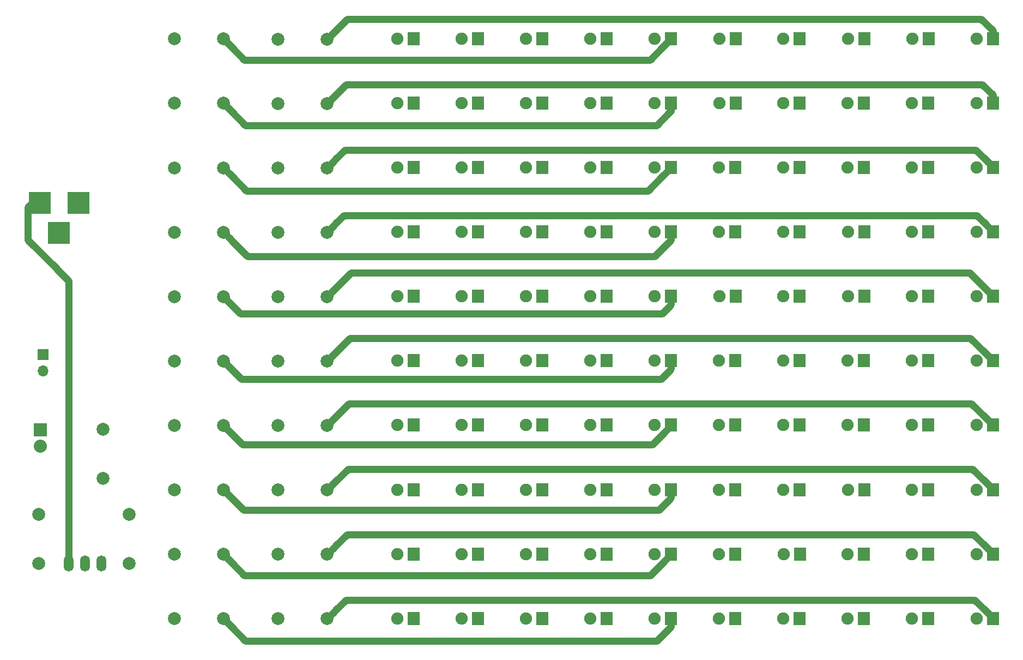
<source format=gbr>
G04 #@! TF.GenerationSoftware,KiCad,Pcbnew,(5.0.0)*
G04 #@! TF.CreationDate,2019-04-16T18:27:59-04:00*
G04 #@! TF.ProjectId,V2 - 2 ,5632202D2032202E6B696361645F7063,rev?*
G04 #@! TF.SameCoordinates,Original*
G04 #@! TF.FileFunction,Copper,L2,Bot,Signal*
G04 #@! TF.FilePolarity,Positive*
%FSLAX46Y46*%
G04 Gerber Fmt 4.6, Leading zero omitted, Abs format (unit mm)*
G04 Created by KiCad (PCBNEW (5.0.0)) date 04/16/19 18:27:59*
%MOMM*%
%LPD*%
G01*
G04 APERTURE LIST*
G04 #@! TA.AperFunction,ComponentPad*
%ADD10R,3.500120X3.500120*%
G04 #@! TD*
G04 #@! TA.AperFunction,ComponentPad*
%ADD11R,1.900000X2.000000*%
G04 #@! TD*
G04 #@! TA.AperFunction,ComponentPad*
%ADD12C,1.900000*%
G04 #@! TD*
G04 #@! TA.AperFunction,ComponentPad*
%ADD13R,2.032000X2.032000*%
G04 #@! TD*
G04 #@! TA.AperFunction,ComponentPad*
%ADD14O,2.032000X2.032000*%
G04 #@! TD*
G04 #@! TA.AperFunction,ComponentPad*
%ADD15O,1.501140X2.499360*%
G04 #@! TD*
G04 #@! TA.AperFunction,ComponentPad*
%ADD16C,1.998980*%
G04 #@! TD*
G04 #@! TA.AperFunction,ComponentPad*
%ADD17R,1.700000X1.700000*%
G04 #@! TD*
G04 #@! TA.AperFunction,ComponentPad*
%ADD18O,1.700000X1.700000*%
G04 #@! TD*
G04 #@! TA.AperFunction,Conductor*
%ADD19C,1.100000*%
G04 #@! TD*
G04 APERTURE END LIST*
D10*
G04 #@! TO.P,CON1,1*
G04 #@! TO.N,Net-(CON1-Pad1)*
X74700140Y-64000000D03*
G04 #@! TO.P,CON1,2*
G04 #@! TO.N,GND*
X68700660Y-64000000D03*
G04 #@! TO.P,CON1,3*
G04 #@! TO.N,Net-(CON1-Pad3)*
X71700400Y-68699000D03*
G04 #@! TD*
D11*
G04 #@! TO.P,D1,1*
G04 #@! TO.N,Net-(D1-Pad1)*
X126750000Y-38500000D03*
D12*
G04 #@! TO.P,D1,2*
G04 #@! TO.N,Net-(CON1-Pad1)*
X124210000Y-38500000D03*
G04 #@! TD*
D11*
G04 #@! TO.P,D2,1*
G04 #@! TO.N,Net-(D2-Pad1)*
X136750000Y-38500000D03*
D12*
G04 #@! TO.P,D2,2*
G04 #@! TO.N,Net-(D1-Pad1)*
X134210000Y-38500000D03*
G04 #@! TD*
D11*
G04 #@! TO.P,D3,1*
G04 #@! TO.N,Net-(D3-Pad1)*
X146750000Y-38500000D03*
D12*
G04 #@! TO.P,D3,2*
G04 #@! TO.N,Net-(D2-Pad1)*
X144210000Y-38500000D03*
G04 #@! TD*
D11*
G04 #@! TO.P,D4,1*
G04 #@! TO.N,Net-(D4-Pad1)*
X156790000Y-38500000D03*
D12*
G04 #@! TO.P,D4,2*
G04 #@! TO.N,Net-(D3-Pad1)*
X154250000Y-38500000D03*
G04 #@! TD*
D11*
G04 #@! TO.P,D5,1*
G04 #@! TO.N,Net-(D5-Pad1)*
X166750000Y-38500000D03*
D12*
G04 #@! TO.P,D5,2*
G04 #@! TO.N,Net-(D4-Pad1)*
X164210000Y-38500000D03*
G04 #@! TD*
D11*
G04 #@! TO.P,D6,1*
G04 #@! TO.N,Net-(D6-Pad1)*
X126750000Y-48500000D03*
D12*
G04 #@! TO.P,D6,2*
G04 #@! TO.N,Net-(CON1-Pad1)*
X124210000Y-48500000D03*
G04 #@! TD*
D11*
G04 #@! TO.P,D7,1*
G04 #@! TO.N,Net-(D7-Pad1)*
X136750000Y-48500000D03*
D12*
G04 #@! TO.P,D7,2*
G04 #@! TO.N,Net-(D6-Pad1)*
X134210000Y-48500000D03*
G04 #@! TD*
D11*
G04 #@! TO.P,D8,1*
G04 #@! TO.N,Net-(D8-Pad1)*
X146750000Y-48500000D03*
D12*
G04 #@! TO.P,D8,2*
G04 #@! TO.N,Net-(D7-Pad1)*
X144210000Y-48500000D03*
G04 #@! TD*
D11*
G04 #@! TO.P,D9,1*
G04 #@! TO.N,Net-(D10-Pad2)*
X156790000Y-48500000D03*
D12*
G04 #@! TO.P,D9,2*
G04 #@! TO.N,Net-(D8-Pad1)*
X154250000Y-48500000D03*
G04 #@! TD*
D11*
G04 #@! TO.P,D10,1*
G04 #@! TO.N,Net-(D10-Pad1)*
X166750000Y-48500000D03*
D12*
G04 #@! TO.P,D10,2*
G04 #@! TO.N,Net-(D10-Pad2)*
X164210000Y-48500000D03*
G04 #@! TD*
D11*
G04 #@! TO.P,D11,1*
G04 #@! TO.N,Net-(D11-Pad1)*
X126790000Y-58500000D03*
D12*
G04 #@! TO.P,D11,2*
G04 #@! TO.N,Net-(CON1-Pad1)*
X124250000Y-58500000D03*
G04 #@! TD*
D11*
G04 #@! TO.P,D12,1*
G04 #@! TO.N,Net-(D12-Pad1)*
X136750000Y-58500000D03*
D12*
G04 #@! TO.P,D12,2*
G04 #@! TO.N,Net-(D11-Pad1)*
X134210000Y-58500000D03*
G04 #@! TD*
D11*
G04 #@! TO.P,D13,1*
G04 #@! TO.N,Net-(D13-Pad1)*
X146750000Y-58500000D03*
D12*
G04 #@! TO.P,D13,2*
G04 #@! TO.N,Net-(D12-Pad1)*
X144210000Y-58500000D03*
G04 #@! TD*
D11*
G04 #@! TO.P,D14,1*
G04 #@! TO.N,Net-(D14-Pad1)*
X156750000Y-58500000D03*
D12*
G04 #@! TO.P,D14,2*
G04 #@! TO.N,Net-(D13-Pad1)*
X154210000Y-58500000D03*
G04 #@! TD*
D11*
G04 #@! TO.P,D15,1*
G04 #@! TO.N,Net-(D15-Pad1)*
X166750000Y-58500000D03*
D12*
G04 #@! TO.P,D15,2*
G04 #@! TO.N,Net-(D14-Pad1)*
X164210000Y-58500000D03*
G04 #@! TD*
D11*
G04 #@! TO.P,D16,1*
G04 #@! TO.N,Net-(D16-Pad1)*
X126750000Y-68500000D03*
D12*
G04 #@! TO.P,D16,2*
G04 #@! TO.N,Net-(CON1-Pad1)*
X124210000Y-68500000D03*
G04 #@! TD*
D11*
G04 #@! TO.P,D17,1*
G04 #@! TO.N,Net-(D17-Pad1)*
X136750000Y-68500000D03*
D12*
G04 #@! TO.P,D17,2*
G04 #@! TO.N,Net-(D16-Pad1)*
X134210000Y-68500000D03*
G04 #@! TD*
D11*
G04 #@! TO.P,D18,1*
G04 #@! TO.N,Net-(D18-Pad1)*
X146750000Y-68500000D03*
D12*
G04 #@! TO.P,D18,2*
G04 #@! TO.N,Net-(D17-Pad1)*
X144210000Y-68500000D03*
G04 #@! TD*
D11*
G04 #@! TO.P,D19,1*
G04 #@! TO.N,Net-(D19-Pad1)*
X156750000Y-68500000D03*
D12*
G04 #@! TO.P,D19,2*
G04 #@! TO.N,Net-(D18-Pad1)*
X154210000Y-68500000D03*
G04 #@! TD*
D11*
G04 #@! TO.P,D20,1*
G04 #@! TO.N,Net-(D20-Pad1)*
X166750000Y-68500000D03*
D12*
G04 #@! TO.P,D20,2*
G04 #@! TO.N,Net-(D19-Pad1)*
X164210000Y-68500000D03*
G04 #@! TD*
D11*
G04 #@! TO.P,D21,1*
G04 #@! TO.N,Net-(D21-Pad1)*
X126790000Y-78500000D03*
D12*
G04 #@! TO.P,D21,2*
G04 #@! TO.N,Net-(CON1-Pad1)*
X124250000Y-78500000D03*
G04 #@! TD*
D11*
G04 #@! TO.P,D22,1*
G04 #@! TO.N,Net-(D22-Pad1)*
X136750000Y-78500000D03*
D12*
G04 #@! TO.P,D22,2*
G04 #@! TO.N,Net-(D21-Pad1)*
X134210000Y-78500000D03*
G04 #@! TD*
D11*
G04 #@! TO.P,D23,1*
G04 #@! TO.N,Net-(D23-Pad1)*
X146750000Y-78500000D03*
D12*
G04 #@! TO.P,D23,2*
G04 #@! TO.N,Net-(D22-Pad1)*
X144210000Y-78500000D03*
G04 #@! TD*
D11*
G04 #@! TO.P,D24,1*
G04 #@! TO.N,Net-(D24-Pad1)*
X156750000Y-78500000D03*
D12*
G04 #@! TO.P,D24,2*
G04 #@! TO.N,Net-(D23-Pad1)*
X154210000Y-78500000D03*
G04 #@! TD*
D11*
G04 #@! TO.P,D25,1*
G04 #@! TO.N,Net-(D25-Pad1)*
X166790000Y-78500000D03*
D12*
G04 #@! TO.P,D25,2*
G04 #@! TO.N,Net-(D24-Pad1)*
X164250000Y-78500000D03*
G04 #@! TD*
D11*
G04 #@! TO.P,D26,1*
G04 #@! TO.N,Net-(D26-Pad1)*
X126750000Y-88500000D03*
D12*
G04 #@! TO.P,D26,2*
G04 #@! TO.N,Net-(CON1-Pad1)*
X124210000Y-88500000D03*
G04 #@! TD*
D11*
G04 #@! TO.P,D27,1*
G04 #@! TO.N,Net-(D27-Pad1)*
X136790000Y-88500000D03*
D12*
G04 #@! TO.P,D27,2*
G04 #@! TO.N,Net-(D26-Pad1)*
X134250000Y-88500000D03*
G04 #@! TD*
D11*
G04 #@! TO.P,D28,1*
G04 #@! TO.N,Net-(D28-Pad1)*
X146790000Y-88500000D03*
D12*
G04 #@! TO.P,D28,2*
G04 #@! TO.N,Net-(D27-Pad1)*
X144250000Y-88500000D03*
G04 #@! TD*
D11*
G04 #@! TO.P,D29,1*
G04 #@! TO.N,Net-(D29-Pad1)*
X156790000Y-88500000D03*
D12*
G04 #@! TO.P,D29,2*
G04 #@! TO.N,Net-(D28-Pad1)*
X154250000Y-88500000D03*
G04 #@! TD*
D11*
G04 #@! TO.P,D30,1*
G04 #@! TO.N,Net-(D30-Pad1)*
X166790000Y-88500000D03*
D12*
G04 #@! TO.P,D30,2*
G04 #@! TO.N,Net-(D29-Pad1)*
X164250000Y-88500000D03*
G04 #@! TD*
D11*
G04 #@! TO.P,D31,1*
G04 #@! TO.N,Net-(D31-Pad1)*
X126790000Y-98500000D03*
D12*
G04 #@! TO.P,D31,2*
G04 #@! TO.N,Net-(CON1-Pad1)*
X124250000Y-98500000D03*
G04 #@! TD*
D11*
G04 #@! TO.P,D32,1*
G04 #@! TO.N,Net-(D32-Pad1)*
X136790000Y-98500000D03*
D12*
G04 #@! TO.P,D32,2*
G04 #@! TO.N,Net-(D31-Pad1)*
X134250000Y-98500000D03*
G04 #@! TD*
D11*
G04 #@! TO.P,D33,1*
G04 #@! TO.N,Net-(D33-Pad1)*
X146790000Y-98500000D03*
D12*
G04 #@! TO.P,D33,2*
G04 #@! TO.N,Net-(D32-Pad1)*
X144250000Y-98500000D03*
G04 #@! TD*
D11*
G04 #@! TO.P,D34,1*
G04 #@! TO.N,Net-(D34-Pad1)*
X156790000Y-98500000D03*
D12*
G04 #@! TO.P,D34,2*
G04 #@! TO.N,Net-(D33-Pad1)*
X154250000Y-98500000D03*
G04 #@! TD*
D11*
G04 #@! TO.P,D35,1*
G04 #@! TO.N,Net-(D35-Pad1)*
X166790000Y-98500000D03*
D12*
G04 #@! TO.P,D35,2*
G04 #@! TO.N,Net-(D34-Pad1)*
X164250000Y-98500000D03*
G04 #@! TD*
D11*
G04 #@! TO.P,D36,1*
G04 #@! TO.N,Net-(D36-Pad1)*
X126790000Y-108500000D03*
D12*
G04 #@! TO.P,D36,2*
G04 #@! TO.N,Net-(CON1-Pad1)*
X124250000Y-108500000D03*
G04 #@! TD*
D11*
G04 #@! TO.P,D37,1*
G04 #@! TO.N,Net-(D37-Pad1)*
X136790000Y-108500000D03*
D12*
G04 #@! TO.P,D37,2*
G04 #@! TO.N,Net-(D36-Pad1)*
X134250000Y-108500000D03*
G04 #@! TD*
D11*
G04 #@! TO.P,D38,1*
G04 #@! TO.N,Net-(D38-Pad1)*
X146790000Y-108500000D03*
D12*
G04 #@! TO.P,D38,2*
G04 #@! TO.N,Net-(D37-Pad1)*
X144250000Y-108500000D03*
G04 #@! TD*
D11*
G04 #@! TO.P,D39,1*
G04 #@! TO.N,Net-(D39-Pad1)*
X156790000Y-108500000D03*
D12*
G04 #@! TO.P,D39,2*
G04 #@! TO.N,Net-(D38-Pad1)*
X154250000Y-108500000D03*
G04 #@! TD*
D11*
G04 #@! TO.P,D40,1*
G04 #@! TO.N,Net-(D40-Pad1)*
X166790000Y-108500000D03*
D12*
G04 #@! TO.P,D40,2*
G04 #@! TO.N,Net-(D39-Pad1)*
X164250000Y-108500000D03*
G04 #@! TD*
D11*
G04 #@! TO.P,D41,1*
G04 #@! TO.N,Net-(D41-Pad1)*
X126790000Y-118500000D03*
D12*
G04 #@! TO.P,D41,2*
G04 #@! TO.N,Net-(CON1-Pad1)*
X124250000Y-118500000D03*
G04 #@! TD*
D11*
G04 #@! TO.P,D42,1*
G04 #@! TO.N,Net-(D42-Pad1)*
X136790000Y-118500000D03*
D12*
G04 #@! TO.P,D42,2*
G04 #@! TO.N,Net-(D41-Pad1)*
X134250000Y-118500000D03*
G04 #@! TD*
D11*
G04 #@! TO.P,D43,1*
G04 #@! TO.N,Net-(D43-Pad1)*
X146790000Y-118500000D03*
D12*
G04 #@! TO.P,D43,2*
G04 #@! TO.N,Net-(D42-Pad1)*
X144250000Y-118500000D03*
G04 #@! TD*
D11*
G04 #@! TO.P,D44,1*
G04 #@! TO.N,Net-(D44-Pad1)*
X156790000Y-118500000D03*
D12*
G04 #@! TO.P,D44,2*
G04 #@! TO.N,Net-(D43-Pad1)*
X154250000Y-118500000D03*
G04 #@! TD*
D11*
G04 #@! TO.P,D45,1*
G04 #@! TO.N,Net-(D45-Pad1)*
X166790000Y-118500000D03*
D12*
G04 #@! TO.P,D45,2*
G04 #@! TO.N,Net-(D44-Pad1)*
X164250000Y-118500000D03*
G04 #@! TD*
D11*
G04 #@! TO.P,D46,1*
G04 #@! TO.N,Net-(D46-Pad1)*
X126790000Y-128500000D03*
D12*
G04 #@! TO.P,D46,2*
G04 #@! TO.N,Net-(CON1-Pad1)*
X124250000Y-128500000D03*
G04 #@! TD*
D11*
G04 #@! TO.P,D47,1*
G04 #@! TO.N,Net-(D47-Pad1)*
X136790000Y-128500000D03*
D12*
G04 #@! TO.P,D47,2*
G04 #@! TO.N,Net-(D46-Pad1)*
X134250000Y-128500000D03*
G04 #@! TD*
D11*
G04 #@! TO.P,D48,1*
G04 #@! TO.N,Net-(D48-Pad1)*
X146790000Y-128500000D03*
D12*
G04 #@! TO.P,D48,2*
G04 #@! TO.N,Net-(D47-Pad1)*
X144250000Y-128500000D03*
G04 #@! TD*
D11*
G04 #@! TO.P,D49,1*
G04 #@! TO.N,Net-(D49-Pad1)*
X156790000Y-128500000D03*
D12*
G04 #@! TO.P,D49,2*
G04 #@! TO.N,Net-(D48-Pad1)*
X154250000Y-128500000D03*
G04 #@! TD*
D11*
G04 #@! TO.P,D50,1*
G04 #@! TO.N,Net-(D50-Pad1)*
X166790000Y-128500000D03*
D12*
G04 #@! TO.P,D50,2*
G04 #@! TO.N,Net-(D49-Pad1)*
X164250000Y-128500000D03*
G04 #@! TD*
D11*
G04 #@! TO.P,D51,1*
G04 #@! TO.N,Net-(D51-Pad1)*
X176790000Y-38500000D03*
D12*
G04 #@! TO.P,D51,2*
G04 #@! TO.N,Net-(CON1-Pad1)*
X174250000Y-38500000D03*
G04 #@! TD*
D11*
G04 #@! TO.P,D52,1*
G04 #@! TO.N,Net-(D52-Pad1)*
X186750000Y-38500000D03*
D12*
G04 #@! TO.P,D52,2*
G04 #@! TO.N,Net-(D51-Pad1)*
X184210000Y-38500000D03*
G04 #@! TD*
D11*
G04 #@! TO.P,D53,1*
G04 #@! TO.N,Net-(D53-Pad1)*
X196790000Y-38500000D03*
D12*
G04 #@! TO.P,D53,2*
G04 #@! TO.N,Net-(D52-Pad1)*
X194250000Y-38500000D03*
G04 #@! TD*
D11*
G04 #@! TO.P,D54,1*
G04 #@! TO.N,Net-(D54-Pad1)*
X206790000Y-38500000D03*
D12*
G04 #@! TO.P,D54,2*
G04 #@! TO.N,Net-(D53-Pad1)*
X204250000Y-38500000D03*
G04 #@! TD*
D11*
G04 #@! TO.P,D55,1*
G04 #@! TO.N,Net-(D55-Pad1)*
X216750000Y-38500000D03*
D12*
G04 #@! TO.P,D55,2*
G04 #@! TO.N,Net-(D54-Pad1)*
X214210000Y-38500000D03*
G04 #@! TD*
D11*
G04 #@! TO.P,D56,1*
G04 #@! TO.N,Net-(D56-Pad1)*
X176790000Y-48500000D03*
D12*
G04 #@! TO.P,D56,2*
G04 #@! TO.N,Net-(CON1-Pad1)*
X174250000Y-48500000D03*
G04 #@! TD*
D11*
G04 #@! TO.P,D57,1*
G04 #@! TO.N,Net-(D57-Pad1)*
X186750000Y-48500000D03*
D12*
G04 #@! TO.P,D57,2*
G04 #@! TO.N,Net-(D56-Pad1)*
X184210000Y-48500000D03*
G04 #@! TD*
D11*
G04 #@! TO.P,D58,1*
G04 #@! TO.N,Net-(D58-Pad1)*
X196750000Y-48500000D03*
D12*
G04 #@! TO.P,D58,2*
G04 #@! TO.N,Net-(D57-Pad1)*
X194210000Y-48500000D03*
G04 #@! TD*
D11*
G04 #@! TO.P,D59,1*
G04 #@! TO.N,Net-(D59-Pad1)*
X206750000Y-48500000D03*
D12*
G04 #@! TO.P,D59,2*
G04 #@! TO.N,Net-(D58-Pad1)*
X204210000Y-48500000D03*
G04 #@! TD*
D11*
G04 #@! TO.P,D60,1*
G04 #@! TO.N,Net-(D60-Pad1)*
X216750000Y-48500000D03*
D12*
G04 #@! TO.P,D60,2*
G04 #@! TO.N,Net-(D59-Pad1)*
X214210000Y-48500000D03*
G04 #@! TD*
D11*
G04 #@! TO.P,D61,1*
G04 #@! TO.N,Net-(D61-Pad1)*
X176750000Y-58500000D03*
D12*
G04 #@! TO.P,D61,2*
G04 #@! TO.N,Net-(CON1-Pad1)*
X174210000Y-58500000D03*
G04 #@! TD*
D11*
G04 #@! TO.P,D62,1*
G04 #@! TO.N,Net-(D62-Pad1)*
X186750000Y-58500000D03*
D12*
G04 #@! TO.P,D62,2*
G04 #@! TO.N,Net-(D61-Pad1)*
X184210000Y-58500000D03*
G04 #@! TD*
D11*
G04 #@! TO.P,D63,1*
G04 #@! TO.N,Net-(D63-Pad1)*
X196750000Y-58500000D03*
D12*
G04 #@! TO.P,D63,2*
G04 #@! TO.N,Net-(D62-Pad1)*
X194210000Y-58500000D03*
G04 #@! TD*
D11*
G04 #@! TO.P,D64,1*
G04 #@! TO.N,Net-(D64-Pad1)*
X206750000Y-58500000D03*
D12*
G04 #@! TO.P,D64,2*
G04 #@! TO.N,Net-(D63-Pad1)*
X204210000Y-58500000D03*
G04 #@! TD*
D11*
G04 #@! TO.P,D65,1*
G04 #@! TO.N,Net-(D65-Pad1)*
X216750000Y-58500000D03*
D12*
G04 #@! TO.P,D65,2*
G04 #@! TO.N,Net-(D64-Pad1)*
X214210000Y-58500000D03*
G04 #@! TD*
D11*
G04 #@! TO.P,D66,1*
G04 #@! TO.N,Net-(D66-Pad1)*
X176750000Y-68500000D03*
D12*
G04 #@! TO.P,D66,2*
G04 #@! TO.N,Net-(CON1-Pad1)*
X174210000Y-68500000D03*
G04 #@! TD*
D11*
G04 #@! TO.P,D67,1*
G04 #@! TO.N,Net-(D67-Pad1)*
X186750000Y-68500000D03*
D12*
G04 #@! TO.P,D67,2*
G04 #@! TO.N,Net-(D66-Pad1)*
X184210000Y-68500000D03*
G04 #@! TD*
D11*
G04 #@! TO.P,D68,1*
G04 #@! TO.N,Net-(D68-Pad1)*
X196790000Y-68500000D03*
D12*
G04 #@! TO.P,D68,2*
G04 #@! TO.N,Net-(D67-Pad1)*
X194250000Y-68500000D03*
G04 #@! TD*
D11*
G04 #@! TO.P,D69,1*
G04 #@! TO.N,Net-(D69-Pad1)*
X206750000Y-68500000D03*
D12*
G04 #@! TO.P,D69,2*
G04 #@! TO.N,Net-(D68-Pad1)*
X204210000Y-68500000D03*
G04 #@! TD*
D11*
G04 #@! TO.P,D70,1*
G04 #@! TO.N,Net-(D70-Pad1)*
X216750000Y-68500000D03*
D12*
G04 #@! TO.P,D70,2*
G04 #@! TO.N,Net-(D69-Pad1)*
X214210000Y-68500000D03*
G04 #@! TD*
D11*
G04 #@! TO.P,D71,1*
G04 #@! TO.N,Net-(D71-Pad1)*
X176790000Y-78500000D03*
D12*
G04 #@! TO.P,D71,2*
G04 #@! TO.N,Net-(CON1-Pad1)*
X174250000Y-78500000D03*
G04 #@! TD*
D11*
G04 #@! TO.P,D72,1*
G04 #@! TO.N,Net-(D72-Pad1)*
X186750000Y-78500000D03*
D12*
G04 #@! TO.P,D72,2*
G04 #@! TO.N,Net-(D71-Pad1)*
X184210000Y-78500000D03*
G04 #@! TD*
D11*
G04 #@! TO.P,D73,1*
G04 #@! TO.N,Net-(D73-Pad1)*
X196790000Y-78500000D03*
D12*
G04 #@! TO.P,D73,2*
G04 #@! TO.N,Net-(D72-Pad1)*
X194250000Y-78500000D03*
G04 #@! TD*
D11*
G04 #@! TO.P,D74,1*
G04 #@! TO.N,Net-(D74-Pad1)*
X206750000Y-78500000D03*
D12*
G04 #@! TO.P,D74,2*
G04 #@! TO.N,Net-(D73-Pad1)*
X204210000Y-78500000D03*
G04 #@! TD*
D11*
G04 #@! TO.P,D75,1*
G04 #@! TO.N,Net-(D75-Pad1)*
X216750000Y-78500000D03*
D12*
G04 #@! TO.P,D75,2*
G04 #@! TO.N,Net-(D74-Pad1)*
X214210000Y-78500000D03*
G04 #@! TD*
D11*
G04 #@! TO.P,D76,1*
G04 #@! TO.N,Net-(D76-Pad1)*
X176750000Y-88500000D03*
D12*
G04 #@! TO.P,D76,2*
G04 #@! TO.N,Net-(CON1-Pad1)*
X174210000Y-88500000D03*
G04 #@! TD*
D11*
G04 #@! TO.P,D77,1*
G04 #@! TO.N,Net-(D77-Pad1)*
X186750000Y-88500000D03*
D12*
G04 #@! TO.P,D77,2*
G04 #@! TO.N,Net-(D76-Pad1)*
X184210000Y-88500000D03*
G04 #@! TD*
D11*
G04 #@! TO.P,D78,1*
G04 #@! TO.N,Net-(D78-Pad1)*
X196750000Y-88500000D03*
D12*
G04 #@! TO.P,D78,2*
G04 #@! TO.N,Net-(D77-Pad1)*
X194210000Y-88500000D03*
G04 #@! TD*
D11*
G04 #@! TO.P,D79,1*
G04 #@! TO.N,Net-(D79-Pad1)*
X206750000Y-88500000D03*
D12*
G04 #@! TO.P,D79,2*
G04 #@! TO.N,Net-(D78-Pad1)*
X204210000Y-88500000D03*
G04 #@! TD*
D11*
G04 #@! TO.P,D80,1*
G04 #@! TO.N,Net-(D80-Pad1)*
X216750000Y-88500000D03*
D12*
G04 #@! TO.P,D80,2*
G04 #@! TO.N,Net-(D79-Pad1)*
X214210000Y-88500000D03*
G04 #@! TD*
D11*
G04 #@! TO.P,D81,1*
G04 #@! TO.N,Net-(D81-Pad1)*
X176750000Y-98500000D03*
D12*
G04 #@! TO.P,D81,2*
G04 #@! TO.N,Net-(CON1-Pad1)*
X174210000Y-98500000D03*
G04 #@! TD*
D11*
G04 #@! TO.P,D82,1*
G04 #@! TO.N,Net-(D82-Pad1)*
X186750000Y-98500000D03*
D12*
G04 #@! TO.P,D82,2*
G04 #@! TO.N,Net-(D81-Pad1)*
X184210000Y-98500000D03*
G04 #@! TD*
D11*
G04 #@! TO.P,D83,1*
G04 #@! TO.N,Net-(D83-Pad1)*
X196750000Y-98500000D03*
D12*
G04 #@! TO.P,D83,2*
G04 #@! TO.N,Net-(D82-Pad1)*
X194210000Y-98500000D03*
G04 #@! TD*
D11*
G04 #@! TO.P,D84,1*
G04 #@! TO.N,Net-(D84-Pad1)*
X206750000Y-98500000D03*
D12*
G04 #@! TO.P,D84,2*
G04 #@! TO.N,Net-(D83-Pad1)*
X204210000Y-98500000D03*
G04 #@! TD*
D11*
G04 #@! TO.P,D85,1*
G04 #@! TO.N,Net-(D85-Pad1)*
X216750000Y-98500000D03*
D12*
G04 #@! TO.P,D85,2*
G04 #@! TO.N,Net-(D84-Pad1)*
X214210000Y-98500000D03*
G04 #@! TD*
D11*
G04 #@! TO.P,D86,1*
G04 #@! TO.N,Net-(D86-Pad1)*
X176750000Y-108500000D03*
D12*
G04 #@! TO.P,D86,2*
G04 #@! TO.N,Net-(CON1-Pad1)*
X174210000Y-108500000D03*
G04 #@! TD*
D11*
G04 #@! TO.P,D87,1*
G04 #@! TO.N,Net-(D87-Pad1)*
X186750000Y-108500000D03*
D12*
G04 #@! TO.P,D87,2*
G04 #@! TO.N,Net-(D86-Pad1)*
X184210000Y-108500000D03*
G04 #@! TD*
D11*
G04 #@! TO.P,D88,1*
G04 #@! TO.N,Net-(D88-Pad1)*
X196790000Y-108500000D03*
D12*
G04 #@! TO.P,D88,2*
G04 #@! TO.N,Net-(D87-Pad1)*
X194250000Y-108500000D03*
G04 #@! TD*
D11*
G04 #@! TO.P,D89,1*
G04 #@! TO.N,Net-(D89-Pad1)*
X206750000Y-108500000D03*
D12*
G04 #@! TO.P,D89,2*
G04 #@! TO.N,Net-(D88-Pad1)*
X204210000Y-108500000D03*
G04 #@! TD*
D11*
G04 #@! TO.P,D90,1*
G04 #@! TO.N,Net-(D90-Pad1)*
X216750000Y-108500000D03*
D12*
G04 #@! TO.P,D90,2*
G04 #@! TO.N,Net-(D89-Pad1)*
X214210000Y-108500000D03*
G04 #@! TD*
D11*
G04 #@! TO.P,D91,1*
G04 #@! TO.N,Net-(D91-Pad1)*
X176750000Y-118500000D03*
D12*
G04 #@! TO.P,D91,2*
G04 #@! TO.N,Net-(CON1-Pad1)*
X174210000Y-118500000D03*
G04 #@! TD*
D11*
G04 #@! TO.P,D92,1*
G04 #@! TO.N,Net-(D92-Pad1)*
X186790000Y-118500000D03*
D12*
G04 #@! TO.P,D92,2*
G04 #@! TO.N,Net-(D91-Pad1)*
X184250000Y-118500000D03*
G04 #@! TD*
D11*
G04 #@! TO.P,D93,1*
G04 #@! TO.N,Net-(D93-Pad1)*
X196750000Y-118500000D03*
D12*
G04 #@! TO.P,D93,2*
G04 #@! TO.N,Net-(D92-Pad1)*
X194210000Y-118500000D03*
G04 #@! TD*
D11*
G04 #@! TO.P,D94,1*
G04 #@! TO.N,Net-(D94-Pad1)*
X206750000Y-118500000D03*
D12*
G04 #@! TO.P,D94,2*
G04 #@! TO.N,Net-(D93-Pad1)*
X204210000Y-118500000D03*
G04 #@! TD*
D11*
G04 #@! TO.P,D95,1*
G04 #@! TO.N,Net-(D95-Pad1)*
X216750000Y-118500000D03*
D12*
G04 #@! TO.P,D95,2*
G04 #@! TO.N,Net-(D94-Pad1)*
X214210000Y-118500000D03*
G04 #@! TD*
D11*
G04 #@! TO.P,D96,1*
G04 #@! TO.N,Net-(D96-Pad1)*
X176750000Y-128500000D03*
D12*
G04 #@! TO.P,D96,2*
G04 #@! TO.N,Net-(CON1-Pad1)*
X174210000Y-128500000D03*
G04 #@! TD*
D11*
G04 #@! TO.P,D97,1*
G04 #@! TO.N,Net-(D97-Pad1)*
X186750000Y-128500000D03*
D12*
G04 #@! TO.P,D97,2*
G04 #@! TO.N,Net-(D96-Pad1)*
X184210000Y-128500000D03*
G04 #@! TD*
D11*
G04 #@! TO.P,D98,1*
G04 #@! TO.N,Net-(D98-Pad1)*
X196750000Y-128500000D03*
D12*
G04 #@! TO.P,D98,2*
G04 #@! TO.N,Net-(D97-Pad1)*
X194210000Y-128500000D03*
G04 #@! TD*
D11*
G04 #@! TO.P,D99,1*
G04 #@! TO.N,Net-(D100-Pad2)*
X206750000Y-128500000D03*
D12*
G04 #@! TO.P,D99,2*
G04 #@! TO.N,Net-(D98-Pad1)*
X204210000Y-128500000D03*
G04 #@! TD*
D11*
G04 #@! TO.P,D100,1*
G04 #@! TO.N,Net-(D100-Pad1)*
X216750000Y-128500000D03*
D12*
G04 #@! TO.P,D100,2*
G04 #@! TO.N,Net-(D100-Pad2)*
X214210000Y-128500000D03*
G04 #@! TD*
D13*
G04 #@! TO.P,RP1,1*
G04 #@! TO.N,Net-(P1-Pad1)*
X68750000Y-99250000D03*
D14*
G04 #@! TO.P,RP1,2*
G04 #@! TO.N,GND*
X68750000Y-101790000D03*
G04 #@! TD*
D15*
G04 #@! TO.P,Q1,2*
G04 #@! TO.N,Net-(Q1-Pad2)*
X75710000Y-119986000D03*
G04 #@! TO.P,Q1,1*
G04 #@! TO.N,Net-(Q1-Pad1)*
X78250000Y-119986000D03*
G04 #@! TO.P,Q1,3*
G04 #@! TO.N,GND*
X73170000Y-119986000D03*
G04 #@! TD*
D16*
G04 #@! TO.P,R1,1*
G04 #@! TO.N,Net-(D5-Pad1)*
X97225000Y-38550000D03*
G04 #@! TO.P,R1,2*
G04 #@! TO.N,Net-(Q1-Pad2)*
X89605000Y-38550000D03*
G04 #@! TD*
G04 #@! TO.P,R2,1*
G04 #@! TO.N,Net-(D10-Pad1)*
X97225000Y-48547222D03*
G04 #@! TO.P,R2,2*
G04 #@! TO.N,Net-(Q1-Pad2)*
X89605000Y-48547222D03*
G04 #@! TD*
G04 #@! TO.P,R3,1*
G04 #@! TO.N,Net-(D15-Pad1)*
X97225000Y-58544444D03*
G04 #@! TO.P,R3,2*
G04 #@! TO.N,Net-(Q1-Pad2)*
X89605000Y-58544444D03*
G04 #@! TD*
G04 #@! TO.P,R4,1*
G04 #@! TO.N,Net-(D20-Pad1)*
X97225000Y-68541666D03*
G04 #@! TO.P,R4,2*
G04 #@! TO.N,Net-(Q1-Pad2)*
X89605000Y-68541666D03*
G04 #@! TD*
G04 #@! TO.P,R5,1*
G04 #@! TO.N,Net-(D25-Pad1)*
X97225000Y-78538888D03*
G04 #@! TO.P,R5,2*
G04 #@! TO.N,Net-(Q1-Pad2)*
X89605000Y-78538888D03*
G04 #@! TD*
G04 #@! TO.P,R6,1*
G04 #@! TO.N,Net-(D30-Pad1)*
X97225000Y-88536110D03*
G04 #@! TO.P,R6,2*
G04 #@! TO.N,Net-(Q1-Pad2)*
X89605000Y-88536110D03*
G04 #@! TD*
G04 #@! TO.P,R7,1*
G04 #@! TO.N,Net-(D35-Pad1)*
X97225000Y-98533332D03*
G04 #@! TO.P,R7,2*
G04 #@! TO.N,Net-(Q1-Pad2)*
X89605000Y-98533332D03*
G04 #@! TD*
G04 #@! TO.P,R8,1*
G04 #@! TO.N,Net-(D40-Pad1)*
X97225000Y-108530554D03*
G04 #@! TO.P,R8,2*
G04 #@! TO.N,Net-(Q1-Pad2)*
X89605000Y-108530554D03*
G04 #@! TD*
G04 #@! TO.P,R9,1*
G04 #@! TO.N,Net-(D45-Pad1)*
X97225000Y-118527776D03*
G04 #@! TO.P,R9,2*
G04 #@! TO.N,Net-(Q1-Pad2)*
X89605000Y-118527776D03*
G04 #@! TD*
G04 #@! TO.P,R10,1*
G04 #@! TO.N,Net-(D50-Pad1)*
X97225000Y-128524998D03*
G04 #@! TO.P,R10,2*
G04 #@! TO.N,Net-(Q1-Pad2)*
X89605000Y-128524998D03*
G04 #@! TD*
G04 #@! TO.P,R11,1*
G04 #@! TO.N,Net-(D55-Pad1)*
X113325000Y-38575000D03*
G04 #@! TO.P,R11,2*
G04 #@! TO.N,Net-(Q1-Pad2)*
X105705000Y-38575000D03*
G04 #@! TD*
G04 #@! TO.P,R12,1*
G04 #@! TO.N,Net-(D60-Pad1)*
X113325000Y-48572222D03*
G04 #@! TO.P,R12,2*
G04 #@! TO.N,Net-(Q1-Pad2)*
X105705000Y-48572222D03*
G04 #@! TD*
G04 #@! TO.P,R13,1*
G04 #@! TO.N,Net-(D65-Pad1)*
X113325000Y-58569444D03*
G04 #@! TO.P,R13,2*
G04 #@! TO.N,Net-(Q1-Pad2)*
X105705000Y-58569444D03*
G04 #@! TD*
G04 #@! TO.P,R14,1*
G04 #@! TO.N,Net-(D70-Pad1)*
X113325000Y-68566666D03*
G04 #@! TO.P,R14,2*
G04 #@! TO.N,Net-(Q1-Pad2)*
X105705000Y-68566666D03*
G04 #@! TD*
G04 #@! TO.P,R15,1*
G04 #@! TO.N,Net-(D75-Pad1)*
X113325000Y-78563888D03*
G04 #@! TO.P,R15,2*
G04 #@! TO.N,Net-(Q1-Pad2)*
X105705000Y-78563888D03*
G04 #@! TD*
G04 #@! TO.P,R16,1*
G04 #@! TO.N,Net-(D80-Pad1)*
X113325000Y-88561110D03*
G04 #@! TO.P,R16,2*
G04 #@! TO.N,Net-(Q1-Pad2)*
X105705000Y-88561110D03*
G04 #@! TD*
G04 #@! TO.P,R17,1*
G04 #@! TO.N,Net-(D85-Pad1)*
X113325000Y-98558332D03*
G04 #@! TO.P,R17,2*
G04 #@! TO.N,Net-(Q1-Pad2)*
X105705000Y-98558332D03*
G04 #@! TD*
G04 #@! TO.P,R18,1*
G04 #@! TO.N,Net-(D90-Pad1)*
X113325000Y-108555554D03*
G04 #@! TO.P,R18,2*
G04 #@! TO.N,Net-(Q1-Pad2)*
X105705000Y-108555554D03*
G04 #@! TD*
G04 #@! TO.P,R19,1*
G04 #@! TO.N,Net-(D95-Pad1)*
X113325000Y-118552776D03*
G04 #@! TO.P,R19,2*
G04 #@! TO.N,Net-(Q1-Pad2)*
X105705000Y-118552776D03*
G04 #@! TD*
G04 #@! TO.P,R20,1*
G04 #@! TO.N,Net-(D100-Pad1)*
X113325000Y-128549998D03*
G04 #@! TO.P,R20,2*
G04 #@! TO.N,Net-(Q1-Pad2)*
X105705000Y-128549998D03*
G04 #@! TD*
G04 #@! TO.P,R21,1*
G04 #@! TO.N,Net-(Q1-Pad1)*
X78500000Y-106750000D03*
G04 #@! TO.P,R21,2*
G04 #@! TO.N,Net-(P1-Pad1)*
X78500000Y-99130000D03*
G04 #@! TD*
G04 #@! TO.P,R22,1*
G04 #@! TO.N,Net-(Q1-Pad2)*
X82625000Y-119975000D03*
G04 #@! TO.P,R22,2*
G04 #@! TO.N,Net-(Q1-Pad1)*
X82625000Y-112355000D03*
G04 #@! TD*
G04 #@! TO.P,R23,1*
G04 #@! TO.N,Net-(Q1-Pad1)*
X68525000Y-112375000D03*
G04 #@! TO.P,R23,2*
G04 #@! TO.N,GND*
X68525000Y-119995000D03*
G04 #@! TD*
D17*
G04 #@! TO.P,SW1,1*
G04 #@! TO.N,Net-(Q1-Pad2)*
X69250000Y-87500000D03*
D18*
G04 #@! TO.P,SW1,2*
G04 #@! TO.N,GND*
X69250000Y-90040000D03*
G04 #@! TD*
D19*
G04 #@! TO.N,GND*
X66860000Y-69730000D02*
X71383722Y-74253722D01*
X71383722Y-74293722D02*
X73170000Y-76080000D01*
X71383722Y-74253722D02*
X71383722Y-74293722D01*
X73170000Y-119986000D02*
X73170000Y-76080000D01*
X68700660Y-64000000D02*
X67510000Y-64000000D01*
X67510000Y-64000000D02*
X66860000Y-64650000D01*
X66860000Y-64650000D02*
X66860000Y-69730000D01*
G04 #@! TO.N,Net-(D5-Pad1)*
X166750000Y-38500000D02*
X166750000Y-38550000D01*
X166750000Y-38550000D02*
X165400509Y-39899491D01*
X98574491Y-39899491D02*
X98224489Y-39549489D01*
X98224489Y-39549489D02*
X97225000Y-38550000D01*
X100465000Y-41790000D02*
X98574491Y-39899491D01*
X165400509Y-39899491D02*
X163510000Y-41790000D01*
X163510000Y-41790000D02*
X100465000Y-41790000D01*
G04 #@! TO.N,Net-(D10-Pad1)*
X166750000Y-48500000D02*
X166750000Y-49750000D01*
X166750000Y-49750000D02*
X166603287Y-49896713D01*
X98574491Y-49896713D02*
X98224489Y-49546711D01*
X98224489Y-49546711D02*
X97225000Y-48547222D01*
X100627778Y-51950000D02*
X98574491Y-49896713D01*
X166603287Y-49896713D02*
X164550000Y-51950000D01*
X164550000Y-51950000D02*
X100627778Y-51950000D01*
G04 #@! TO.N,Net-(D15-Pad1)*
X166750000Y-58500000D02*
X166750000Y-58550000D01*
X166750000Y-58550000D02*
X165406065Y-59893935D01*
X98574491Y-59893935D02*
X98224489Y-59543933D01*
X98224489Y-59543933D02*
X97225000Y-58544444D01*
X100790556Y-62110000D02*
X98574491Y-59893935D01*
X165406065Y-59893935D02*
X163190000Y-62110000D01*
X163190000Y-62110000D02*
X100790556Y-62110000D01*
G04 #@! TO.N,Net-(D20-Pad1)*
X166750000Y-68500000D02*
X166750000Y-69750000D01*
X166750000Y-69750000D02*
X166608843Y-69891157D01*
X98574491Y-69891157D02*
X98224489Y-69541155D01*
X98224489Y-69541155D02*
X97225000Y-68541666D01*
X100953334Y-72270000D02*
X98574491Y-69891157D01*
X166608843Y-69891157D02*
X164230000Y-72270000D01*
X164230000Y-72270000D02*
X100953334Y-72270000D01*
G04 #@! TO.N,Net-(D25-Pad1)*
X166790000Y-78500000D02*
X166790000Y-79750000D01*
X166790000Y-79750000D02*
X166651621Y-79888379D01*
X98574491Y-79888379D02*
X98224489Y-79538377D01*
X98224489Y-79538377D02*
X97225000Y-78538888D01*
X99846112Y-81160000D02*
X98574491Y-79888379D01*
X166651621Y-79888379D02*
X165380000Y-81160000D01*
X165380000Y-81160000D02*
X99846112Y-81160000D01*
G04 #@! TO.N,Net-(D30-Pad1)*
X166790000Y-88500000D02*
X166790000Y-89750000D01*
X166790000Y-89750000D02*
X166654399Y-89885601D01*
X98574491Y-89885601D02*
X98224489Y-89535599D01*
X98224489Y-89535599D02*
X97225000Y-88536110D01*
X100008890Y-91320000D02*
X98574491Y-89885601D01*
X166654399Y-89885601D02*
X165220000Y-91320000D01*
X165220000Y-91320000D02*
X100008890Y-91320000D01*
G04 #@! TO.N,Net-(D35-Pad1)*
X166790000Y-98500000D02*
X166790000Y-98550000D01*
X166790000Y-98550000D02*
X165457177Y-99882823D01*
X98574491Y-99882823D02*
X98224489Y-99532821D01*
X98224489Y-99532821D02*
X97225000Y-98533332D01*
X100171668Y-101480000D02*
X98574491Y-99882823D01*
X165457177Y-99882823D02*
X163860000Y-101480000D01*
X163860000Y-101480000D02*
X100171668Y-101480000D01*
G04 #@! TO.N,Net-(D40-Pad1)*
X166790000Y-108500000D02*
X166790000Y-109750000D01*
X166790000Y-109750000D02*
X166659955Y-109880045D01*
X98574491Y-109880045D02*
X98224489Y-109530043D01*
X98224489Y-109530043D02*
X97225000Y-108530554D01*
X100334446Y-111640000D02*
X98574491Y-109880045D01*
X166659955Y-109880045D02*
X164900000Y-111640000D01*
X164900000Y-111640000D02*
X100334446Y-111640000D01*
G04 #@! TO.N,Net-(D45-Pad1)*
X166790000Y-118500000D02*
X166790000Y-118550000D01*
X166790000Y-118550000D02*
X165462733Y-119877267D01*
X98574491Y-119877267D02*
X98224489Y-119527265D01*
X98224489Y-119527265D02*
X97225000Y-118527776D01*
X100497224Y-121800000D02*
X98574491Y-119877267D01*
X165462733Y-119877267D02*
X163540000Y-121800000D01*
X163540000Y-121800000D02*
X100497224Y-121800000D01*
G04 #@! TO.N,Net-(D50-Pad1)*
X166790000Y-128500000D02*
X166790000Y-129750000D01*
X166790000Y-129750000D02*
X166665511Y-129874489D01*
X98574491Y-129874489D02*
X98224489Y-129524487D01*
X98224489Y-129524487D02*
X97225000Y-128524998D01*
X100660002Y-131960000D02*
X98574491Y-129874489D01*
X166665511Y-129874489D02*
X164580000Y-131960000D01*
X164580000Y-131960000D02*
X100660002Y-131960000D01*
G04 #@! TO.N,Net-(D55-Pad1)*
X216750000Y-38500000D02*
X216750000Y-37250000D01*
X216750000Y-37250000D02*
X216674999Y-37174999D01*
X114725001Y-37174999D02*
X114324489Y-37575511D01*
X114324489Y-37575511D02*
X113325000Y-38575000D01*
X116460000Y-35440000D02*
X114725001Y-37174999D01*
X216674999Y-37174999D02*
X214940000Y-35440000D01*
X214940000Y-35440000D02*
X116460000Y-35440000D01*
G04 #@! TO.N,Net-(D60-Pad1)*
X216750000Y-48500000D02*
X216750000Y-47250000D01*
X216750000Y-47250000D02*
X216674999Y-47174999D01*
X114722223Y-47174999D02*
X114324489Y-47572733D01*
X114324489Y-47572733D02*
X113325000Y-48572222D01*
X116297222Y-45600000D02*
X114722223Y-47174999D01*
X216674999Y-47174999D02*
X215100000Y-45600000D01*
X215100000Y-45600000D02*
X116297222Y-45600000D01*
G04 #@! TO.N,Net-(D65-Pad1)*
X216750000Y-58500000D02*
X216750000Y-58450000D01*
X216750000Y-58450000D02*
X215474999Y-57174999D01*
X114719445Y-57174999D02*
X114324489Y-57569955D01*
X114324489Y-57569955D02*
X113325000Y-58569444D01*
X116134444Y-55760000D02*
X114719445Y-57174999D01*
X215474999Y-57174999D02*
X214060000Y-55760000D01*
X214060000Y-55760000D02*
X116134444Y-55760000D01*
G04 #@! TO.N,Net-(D70-Pad1)*
X216750000Y-68500000D02*
X216750000Y-68450000D01*
X216750000Y-68450000D02*
X215474999Y-67174999D01*
X114716667Y-67174999D02*
X114324489Y-67567177D01*
X114324489Y-67567177D02*
X113325000Y-68566666D01*
X115971666Y-65920000D02*
X114716667Y-67174999D01*
X215474999Y-67174999D02*
X214220000Y-65920000D01*
X214220000Y-65920000D02*
X115971666Y-65920000D01*
G04 #@! TO.N,Net-(D75-Pad1)*
X216750000Y-78500000D02*
X216750000Y-78450000D01*
X216750000Y-78450000D02*
X215474999Y-77174999D01*
X114713889Y-77174999D02*
X114324489Y-77564399D01*
X114324489Y-77564399D02*
X113325000Y-78563888D01*
X117078888Y-74810000D02*
X114713889Y-77174999D01*
X215474999Y-77174999D02*
X213110000Y-74810000D01*
X213110000Y-74810000D02*
X117078888Y-74810000D01*
G04 #@! TO.N,Net-(D80-Pad1)*
X216750000Y-88500000D02*
X216750000Y-88450000D01*
X216750000Y-88450000D02*
X215474999Y-87174999D01*
X114711111Y-87174999D02*
X114324489Y-87561621D01*
X114324489Y-87561621D02*
X113325000Y-88561110D01*
X116916110Y-84970000D02*
X114711111Y-87174999D01*
X215474999Y-87174999D02*
X213270000Y-84970000D01*
X213270000Y-84970000D02*
X116916110Y-84970000D01*
G04 #@! TO.N,Net-(D85-Pad1)*
X216750000Y-98500000D02*
X216750000Y-98450000D01*
X216750000Y-98450000D02*
X215474999Y-97174999D01*
X114324489Y-97558843D02*
X113325000Y-98558332D01*
X114708333Y-97174999D02*
X114324489Y-97558843D01*
X116753332Y-95130000D02*
X114708333Y-97174999D01*
X215474999Y-97174999D02*
X213430000Y-95130000D01*
X213430000Y-95130000D02*
X116753332Y-95130000D01*
G04 #@! TO.N,Net-(D90-Pad1)*
X216750000Y-108500000D02*
X216750000Y-108450000D01*
X216750000Y-108450000D02*
X215474999Y-107174999D01*
X114705555Y-107174999D02*
X114324489Y-107556065D01*
X114324489Y-107556065D02*
X113325000Y-108555554D01*
X116590554Y-105290000D02*
X114705555Y-107174999D01*
X215474999Y-107174999D02*
X213590000Y-105290000D01*
X213590000Y-105290000D02*
X116590554Y-105290000D01*
G04 #@! TO.N,Net-(D95-Pad1)*
X216750000Y-118500000D02*
X216750000Y-118450000D01*
X216750000Y-118450000D02*
X215474999Y-117174999D01*
X114702777Y-117174999D02*
X114324489Y-117553287D01*
X114324489Y-117553287D02*
X113325000Y-118552776D01*
X116427776Y-115450000D02*
X114702777Y-117174999D01*
X215474999Y-117174999D02*
X213750000Y-115450000D01*
X213750000Y-115450000D02*
X116427776Y-115450000D01*
G04 #@! TO.N,Net-(D100-Pad1)*
X216750000Y-128500000D02*
X216750000Y-128450000D01*
X216750000Y-128450000D02*
X215474999Y-127174999D01*
X114699999Y-127174999D02*
X114324489Y-127550509D01*
X114324489Y-127550509D02*
X113325000Y-128549998D01*
X116264998Y-125610000D02*
X114699999Y-127174999D01*
X215474999Y-127174999D02*
X213910000Y-125610000D01*
X213910000Y-125610000D02*
X116264998Y-125610000D01*
G04 #@! TD*
M02*

</source>
